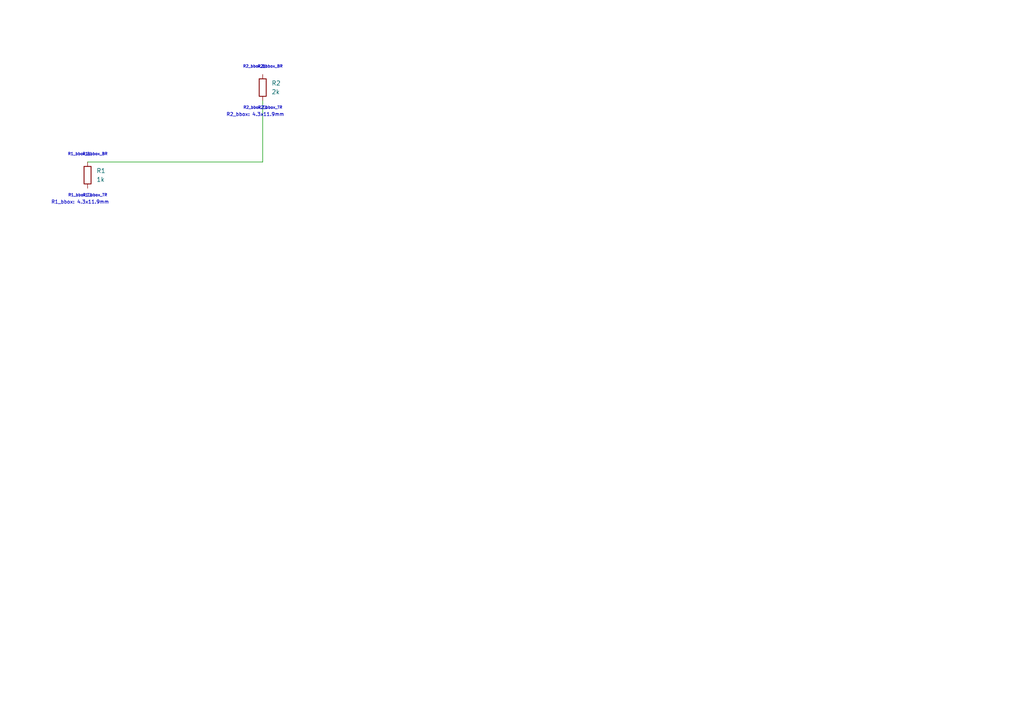
<source format=kicad_sch>
(kicad_sch (version 20250114) (generator "eeschema") (generator_version "9.0")
  (paper "A4")
  (title_block (title "Simple Manhattan Test"))
  (lib_symbols
    (symbol "Device:R" (pin_numbers (hide yes)) (pin_names (offset 0))
      (property "Reference" "R" (at 2.032 0 90))
      (property "Value" "R" (at 0 0 90))
      (symbol "R_0_1"
        (rectangle (start -1.016 -2.54) (end 1.016 2.54) (stroke (width 0.254)))
      )
      (symbol "R_1_1"
        (pin passive line (at 0 3.81 270) (length 1.27) (name "~") (number "1"))
        (pin passive line (at 0 -3.81 90) (length 1.27) (name "~") (number "2"))
      )
    )
  )
  (symbol (lib_id "Device:R") (at 25.4 50.8 0) (unit 1)
    (property "Reference" "R1" (at 27.94 49.5299 0) (effects (justify left)))
    (property "Value" "1k" (at 27.94 52.0699 0) (effects (justify left)))
  )
  (symbol (lib_id "Device:R") (at 76.2 25.4 0) (unit 1)
    (property "Reference" "R2" (at 78.74 24.1299 0) (effects (justify left)))
    (property "Value" "2k" (at 78.74 26.6699 0) (effects (justify left)))
  )
  (wire (pts (xy 25.4 46.99) (xy 76.2 46.99)))
  (wire (pts (xy 76.2 46.99) (xy 76.2 29.21)))
  (text R1_bbox_TL (at 23.241 56.769 0.0000) (effects (font (size 0.8 0.8))))
  (text R1_bbox_TR (at 27.559 56.769 0.0000) (effects (font (size 0.8 0.8))))
  (text R1_bbox_BL (at 23.241 44.831 0.0000) (effects (font (size 0.8 0.8))))
  (text R1_bbox_BR (at 27.559 44.831 0.0000) (effects (font (size 0.8 0.8))))
  (text "R1_bbox: 4.3x11.9mm" (at 23.241 58.769 0.0000) (effects (font (size 1 1))))
  (text R2_bbox_TL (at 74.041 31.369 0.0000) (effects (font (size 0.8 0.8))))
  (text R2_bbox_TR (at 78.359 31.369 0.0000) (effects (font (size 0.8 0.8))))
  (text R2_bbox_BL (at 74.041 19.431 0.0000) (effects (font (size 0.8 0.8))))
  (text R2_bbox_BR (at 78.359 19.431 0.0000) (effects (font (size 0.8 0.8))))
  (text "R2_bbox: 4.3x11.9mm" (at 74.041 33.369 0.0000) (effects (font (size 1 1))))
)
</source>
